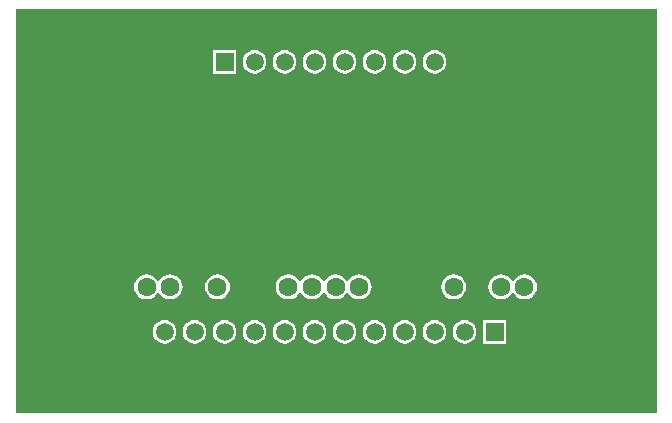
<source format=gbl>
G04 Layer_Physical_Order=2*
G04 Layer_Color=16711680*
%FSLAX24Y24*%
%MOIN*%
G70*
G01*
G75*
%ADD12C,0.0630*%
%ADD13R,0.0591X0.0591*%
%ADD14C,0.0591*%
G36*
X31350Y36550D02*
X10000D01*
Y50000D01*
X31350D01*
Y36550D01*
D02*
G37*
%LPC*%
G36*
X17345Y48645D02*
X16555D01*
Y47855D01*
X17345D01*
Y48645D01*
D02*
G37*
G36*
X23950Y48649D02*
X23847Y48635D01*
X23751Y48595D01*
X23668Y48532D01*
X23605Y48449D01*
X23565Y48353D01*
X23551Y48250D01*
X23565Y48147D01*
X23605Y48051D01*
X23668Y47968D01*
X23751Y47905D01*
X23847Y47865D01*
X23950Y47851D01*
X24053Y47865D01*
X24149Y47905D01*
X24232Y47968D01*
X24295Y48051D01*
X24335Y48147D01*
X24349Y48250D01*
X24335Y48353D01*
X24295Y48449D01*
X24232Y48532D01*
X24149Y48595D01*
X24053Y48635D01*
X23950Y48649D01*
D02*
G37*
G36*
X22950D02*
X22847Y48635D01*
X22751Y48595D01*
X22668Y48532D01*
X22605Y48449D01*
X22565Y48353D01*
X22551Y48250D01*
X22565Y48147D01*
X22605Y48051D01*
X22668Y47968D01*
X22751Y47905D01*
X22847Y47865D01*
X22950Y47851D01*
X23053Y47865D01*
X23149Y47905D01*
X23232Y47968D01*
X23295Y48051D01*
X23335Y48147D01*
X23349Y48250D01*
X23335Y48353D01*
X23295Y48449D01*
X23232Y48532D01*
X23149Y48595D01*
X23053Y48635D01*
X22950Y48649D01*
D02*
G37*
G36*
X21950D02*
X21847Y48635D01*
X21751Y48595D01*
X21668Y48532D01*
X21605Y48449D01*
X21565Y48353D01*
X21551Y48250D01*
X21565Y48147D01*
X21605Y48051D01*
X21668Y47968D01*
X21751Y47905D01*
X21847Y47865D01*
X21950Y47851D01*
X22053Y47865D01*
X22149Y47905D01*
X22232Y47968D01*
X22295Y48051D01*
X22335Y48147D01*
X22349Y48250D01*
X22335Y48353D01*
X22295Y48449D01*
X22232Y48532D01*
X22149Y48595D01*
X22053Y48635D01*
X21950Y48649D01*
D02*
G37*
G36*
X20950D02*
X20847Y48635D01*
X20751Y48595D01*
X20668Y48532D01*
X20605Y48449D01*
X20565Y48353D01*
X20551Y48250D01*
X20565Y48147D01*
X20605Y48051D01*
X20668Y47968D01*
X20751Y47905D01*
X20847Y47865D01*
X20950Y47851D01*
X21053Y47865D01*
X21149Y47905D01*
X21232Y47968D01*
X21295Y48051D01*
X21335Y48147D01*
X21349Y48250D01*
X21335Y48353D01*
X21295Y48449D01*
X21232Y48532D01*
X21149Y48595D01*
X21053Y48635D01*
X20950Y48649D01*
D02*
G37*
G36*
X19950D02*
X19847Y48635D01*
X19751Y48595D01*
X19668Y48532D01*
X19605Y48449D01*
X19565Y48353D01*
X19551Y48250D01*
X19565Y48147D01*
X19605Y48051D01*
X19668Y47968D01*
X19751Y47905D01*
X19847Y47865D01*
X19950Y47851D01*
X20053Y47865D01*
X20149Y47905D01*
X20232Y47968D01*
X20295Y48051D01*
X20335Y48147D01*
X20349Y48250D01*
X20335Y48353D01*
X20295Y48449D01*
X20232Y48532D01*
X20149Y48595D01*
X20053Y48635D01*
X19950Y48649D01*
D02*
G37*
G36*
X18950D02*
X18847Y48635D01*
X18751Y48595D01*
X18668Y48532D01*
X18605Y48449D01*
X18565Y48353D01*
X18551Y48250D01*
X18565Y48147D01*
X18605Y48051D01*
X18668Y47968D01*
X18751Y47905D01*
X18847Y47865D01*
X18950Y47851D01*
X19053Y47865D01*
X19149Y47905D01*
X19232Y47968D01*
X19295Y48051D01*
X19335Y48147D01*
X19349Y48250D01*
X19335Y48353D01*
X19295Y48449D01*
X19232Y48532D01*
X19149Y48595D01*
X19053Y48635D01*
X18950Y48649D01*
D02*
G37*
G36*
X17950D02*
X17847Y48635D01*
X17751Y48595D01*
X17668Y48532D01*
X17605Y48449D01*
X17565Y48353D01*
X17551Y48250D01*
X17565Y48147D01*
X17605Y48051D01*
X17668Y47968D01*
X17751Y47905D01*
X17847Y47865D01*
X17950Y47851D01*
X18053Y47865D01*
X18149Y47905D01*
X18232Y47968D01*
X18295Y48051D01*
X18335Y48147D01*
X18349Y48250D01*
X18335Y48353D01*
X18295Y48449D01*
X18232Y48532D01*
X18149Y48595D01*
X18053Y48635D01*
X17950Y48649D01*
D02*
G37*
G36*
X26949Y41169D02*
X26841Y41155D01*
X26740Y41113D01*
X26653Y41046D01*
X26587Y40960D01*
X26580Y40945D01*
X26530D01*
X26524Y40960D01*
X26458Y41046D01*
X26371Y41113D01*
X26270Y41155D01*
X26162Y41169D01*
X26053Y41155D01*
X25953Y41113D01*
X25866Y41046D01*
X25799Y40960D01*
X25758Y40859D01*
X25743Y40750D01*
X25758Y40642D01*
X25799Y40541D01*
X25866Y40454D01*
X25953Y40388D01*
X26053Y40346D01*
X26162Y40332D01*
X26270Y40346D01*
X26371Y40388D01*
X26458Y40454D01*
X26524Y40541D01*
X26530Y40556D01*
X26580D01*
X26587Y40541D01*
X26653Y40454D01*
X26740Y40388D01*
X26841Y40346D01*
X26949Y40332D01*
X27058Y40346D01*
X27158Y40388D01*
X27245Y40454D01*
X27312Y40541D01*
X27353Y40642D01*
X27368Y40750D01*
X27353Y40859D01*
X27312Y40960D01*
X27245Y41046D01*
X27158Y41113D01*
X27058Y41155D01*
X26949Y41169D01*
D02*
G37*
G36*
X21437D02*
X21329Y41155D01*
X21228Y41113D01*
X21141Y41046D01*
X21075Y40960D01*
X21069Y40945D01*
X21019D01*
X21012Y40960D01*
X20946Y41046D01*
X20859Y41113D01*
X20758Y41155D01*
X20650Y41169D01*
X20542Y41155D01*
X20441Y41113D01*
X20354Y41046D01*
X20288Y40960D01*
X20281Y40945D01*
X20231D01*
X20225Y40960D01*
X20159Y41046D01*
X20072Y41113D01*
X19971Y41155D01*
X19863Y41169D01*
X19754Y41155D01*
X19653Y41113D01*
X19567Y41046D01*
X19500Y40960D01*
X19494Y40945D01*
X19444D01*
X19438Y40960D01*
X19371Y41046D01*
X19284Y41113D01*
X19184Y41155D01*
X19075Y41169D01*
X18967Y41155D01*
X18866Y41113D01*
X18779Y41046D01*
X18713Y40960D01*
X18671Y40859D01*
X18657Y40750D01*
X18671Y40642D01*
X18713Y40541D01*
X18779Y40454D01*
X18866Y40388D01*
X18967Y40346D01*
X19075Y40332D01*
X19184Y40346D01*
X19284Y40388D01*
X19371Y40454D01*
X19438Y40541D01*
X19444Y40556D01*
X19494D01*
X19500Y40541D01*
X19567Y40454D01*
X19653Y40388D01*
X19754Y40346D01*
X19863Y40332D01*
X19971Y40346D01*
X20072Y40388D01*
X20159Y40454D01*
X20225Y40541D01*
X20231Y40556D01*
X20281D01*
X20288Y40541D01*
X20354Y40454D01*
X20441Y40388D01*
X20542Y40346D01*
X20650Y40332D01*
X20758Y40346D01*
X20859Y40388D01*
X20946Y40454D01*
X21012Y40541D01*
X21019Y40556D01*
X21069D01*
X21075Y40541D01*
X21141Y40454D01*
X21228Y40388D01*
X21329Y40346D01*
X21437Y40332D01*
X21546Y40346D01*
X21647Y40388D01*
X21733Y40454D01*
X21800Y40541D01*
X21842Y40642D01*
X21856Y40750D01*
X21842Y40859D01*
X21800Y40960D01*
X21733Y41046D01*
X21647Y41113D01*
X21546Y41155D01*
X21437Y41169D01*
D02*
G37*
G36*
X15138D02*
X15030Y41155D01*
X14929Y41113D01*
X14842Y41046D01*
X14776Y40960D01*
X14769Y40945D01*
X14719D01*
X14713Y40960D01*
X14647Y41046D01*
X14560Y41113D01*
X14459Y41155D01*
X14351Y41169D01*
X14242Y41155D01*
X14142Y41113D01*
X14055Y41046D01*
X13988Y40960D01*
X13946Y40859D01*
X13932Y40750D01*
X13946Y40642D01*
X13988Y40541D01*
X14055Y40454D01*
X14142Y40388D01*
X14242Y40346D01*
X14351Y40332D01*
X14459Y40346D01*
X14560Y40388D01*
X14647Y40454D01*
X14713Y40541D01*
X14719Y40556D01*
X14769D01*
X14776Y40541D01*
X14842Y40454D01*
X14929Y40388D01*
X15030Y40346D01*
X15138Y40332D01*
X15247Y40346D01*
X15347Y40388D01*
X15434Y40454D01*
X15501Y40541D01*
X15542Y40642D01*
X15557Y40750D01*
X15542Y40859D01*
X15501Y40960D01*
X15434Y41046D01*
X15347Y41113D01*
X15247Y41155D01*
X15138Y41169D01*
D02*
G37*
G36*
X24587D02*
X24479Y41155D01*
X24378Y41113D01*
X24291Y41046D01*
X24225Y40960D01*
X24183Y40859D01*
X24168Y40750D01*
X24183Y40642D01*
X24225Y40541D01*
X24291Y40454D01*
X24378Y40388D01*
X24479Y40346D01*
X24587Y40332D01*
X24695Y40346D01*
X24796Y40388D01*
X24883Y40454D01*
X24949Y40541D01*
X24991Y40642D01*
X25006Y40750D01*
X24991Y40859D01*
X24949Y40960D01*
X24883Y41046D01*
X24796Y41113D01*
X24695Y41155D01*
X24587Y41169D01*
D02*
G37*
G36*
X16713D02*
X16605Y41155D01*
X16504Y41113D01*
X16417Y41046D01*
X16351Y40960D01*
X16309Y40859D01*
X16294Y40750D01*
X16309Y40642D01*
X16351Y40541D01*
X16417Y40454D01*
X16504Y40388D01*
X16605Y40346D01*
X16713Y40332D01*
X16821Y40346D01*
X16922Y40388D01*
X17009Y40454D01*
X17075Y40541D01*
X17117Y40642D01*
X17132Y40750D01*
X17117Y40859D01*
X17075Y40960D01*
X17009Y41046D01*
X16922Y41113D01*
X16821Y41155D01*
X16713Y41169D01*
D02*
G37*
G36*
X26345Y39645D02*
X25555D01*
Y38855D01*
X26345D01*
Y39645D01*
D02*
G37*
G36*
X24950Y39649D02*
X24847Y39635D01*
X24751Y39595D01*
X24668Y39532D01*
X24605Y39449D01*
X24565Y39353D01*
X24551Y39250D01*
X24565Y39147D01*
X24605Y39051D01*
X24668Y38968D01*
X24751Y38905D01*
X24847Y38865D01*
X24950Y38851D01*
X25053Y38865D01*
X25149Y38905D01*
X25232Y38968D01*
X25295Y39051D01*
X25335Y39147D01*
X25349Y39250D01*
X25335Y39353D01*
X25295Y39449D01*
X25232Y39532D01*
X25149Y39595D01*
X25053Y39635D01*
X24950Y39649D01*
D02*
G37*
G36*
X23950D02*
X23847Y39635D01*
X23751Y39595D01*
X23668Y39532D01*
X23605Y39449D01*
X23565Y39353D01*
X23551Y39250D01*
X23565Y39147D01*
X23605Y39051D01*
X23668Y38968D01*
X23751Y38905D01*
X23847Y38865D01*
X23950Y38851D01*
X24053Y38865D01*
X24149Y38905D01*
X24232Y38968D01*
X24295Y39051D01*
X24335Y39147D01*
X24349Y39250D01*
X24335Y39353D01*
X24295Y39449D01*
X24232Y39532D01*
X24149Y39595D01*
X24053Y39635D01*
X23950Y39649D01*
D02*
G37*
G36*
X22950D02*
X22847Y39635D01*
X22751Y39595D01*
X22668Y39532D01*
X22605Y39449D01*
X22565Y39353D01*
X22551Y39250D01*
X22565Y39147D01*
X22605Y39051D01*
X22668Y38968D01*
X22751Y38905D01*
X22847Y38865D01*
X22950Y38851D01*
X23053Y38865D01*
X23149Y38905D01*
X23232Y38968D01*
X23295Y39051D01*
X23335Y39147D01*
X23349Y39250D01*
X23335Y39353D01*
X23295Y39449D01*
X23232Y39532D01*
X23149Y39595D01*
X23053Y39635D01*
X22950Y39649D01*
D02*
G37*
G36*
X21950D02*
X21847Y39635D01*
X21751Y39595D01*
X21668Y39532D01*
X21605Y39449D01*
X21565Y39353D01*
X21551Y39250D01*
X21565Y39147D01*
X21605Y39051D01*
X21668Y38968D01*
X21751Y38905D01*
X21847Y38865D01*
X21950Y38851D01*
X22053Y38865D01*
X22149Y38905D01*
X22232Y38968D01*
X22295Y39051D01*
X22335Y39147D01*
X22349Y39250D01*
X22335Y39353D01*
X22295Y39449D01*
X22232Y39532D01*
X22149Y39595D01*
X22053Y39635D01*
X21950Y39649D01*
D02*
G37*
G36*
X20950D02*
X20847Y39635D01*
X20751Y39595D01*
X20668Y39532D01*
X20605Y39449D01*
X20565Y39353D01*
X20551Y39250D01*
X20565Y39147D01*
X20605Y39051D01*
X20668Y38968D01*
X20751Y38905D01*
X20847Y38865D01*
X20950Y38851D01*
X21053Y38865D01*
X21149Y38905D01*
X21232Y38968D01*
X21295Y39051D01*
X21335Y39147D01*
X21349Y39250D01*
X21335Y39353D01*
X21295Y39449D01*
X21232Y39532D01*
X21149Y39595D01*
X21053Y39635D01*
X20950Y39649D01*
D02*
G37*
G36*
X19950D02*
X19847Y39635D01*
X19751Y39595D01*
X19668Y39532D01*
X19605Y39449D01*
X19565Y39353D01*
X19551Y39250D01*
X19565Y39147D01*
X19605Y39051D01*
X19668Y38968D01*
X19751Y38905D01*
X19847Y38865D01*
X19950Y38851D01*
X20053Y38865D01*
X20149Y38905D01*
X20232Y38968D01*
X20295Y39051D01*
X20335Y39147D01*
X20349Y39250D01*
X20335Y39353D01*
X20295Y39449D01*
X20232Y39532D01*
X20149Y39595D01*
X20053Y39635D01*
X19950Y39649D01*
D02*
G37*
G36*
X18950D02*
X18847Y39635D01*
X18751Y39595D01*
X18668Y39532D01*
X18605Y39449D01*
X18565Y39353D01*
X18551Y39250D01*
X18565Y39147D01*
X18605Y39051D01*
X18668Y38968D01*
X18751Y38905D01*
X18847Y38865D01*
X18950Y38851D01*
X19053Y38865D01*
X19149Y38905D01*
X19232Y38968D01*
X19295Y39051D01*
X19335Y39147D01*
X19349Y39250D01*
X19335Y39353D01*
X19295Y39449D01*
X19232Y39532D01*
X19149Y39595D01*
X19053Y39635D01*
X18950Y39649D01*
D02*
G37*
G36*
X17950D02*
X17847Y39635D01*
X17751Y39595D01*
X17668Y39532D01*
X17605Y39449D01*
X17565Y39353D01*
X17551Y39250D01*
X17565Y39147D01*
X17605Y39051D01*
X17668Y38968D01*
X17751Y38905D01*
X17847Y38865D01*
X17950Y38851D01*
X18053Y38865D01*
X18149Y38905D01*
X18232Y38968D01*
X18295Y39051D01*
X18335Y39147D01*
X18349Y39250D01*
X18335Y39353D01*
X18295Y39449D01*
X18232Y39532D01*
X18149Y39595D01*
X18053Y39635D01*
X17950Y39649D01*
D02*
G37*
G36*
X16950D02*
X16847Y39635D01*
X16751Y39595D01*
X16668Y39532D01*
X16605Y39449D01*
X16565Y39353D01*
X16551Y39250D01*
X16565Y39147D01*
X16605Y39051D01*
X16668Y38968D01*
X16751Y38905D01*
X16847Y38865D01*
X16950Y38851D01*
X17053Y38865D01*
X17149Y38905D01*
X17232Y38968D01*
X17295Y39051D01*
X17335Y39147D01*
X17349Y39250D01*
X17335Y39353D01*
X17295Y39449D01*
X17232Y39532D01*
X17149Y39595D01*
X17053Y39635D01*
X16950Y39649D01*
D02*
G37*
G36*
X15950D02*
X15847Y39635D01*
X15751Y39595D01*
X15668Y39532D01*
X15605Y39449D01*
X15565Y39353D01*
X15551Y39250D01*
X15565Y39147D01*
X15605Y39051D01*
X15668Y38968D01*
X15751Y38905D01*
X15847Y38865D01*
X15950Y38851D01*
X16053Y38865D01*
X16149Y38905D01*
X16232Y38968D01*
X16295Y39051D01*
X16335Y39147D01*
X16349Y39250D01*
X16335Y39353D01*
X16295Y39449D01*
X16232Y39532D01*
X16149Y39595D01*
X16053Y39635D01*
X15950Y39649D01*
D02*
G37*
G36*
X14950D02*
X14847Y39635D01*
X14751Y39595D01*
X14668Y39532D01*
X14605Y39449D01*
X14565Y39353D01*
X14551Y39250D01*
X14565Y39147D01*
X14605Y39051D01*
X14668Y38968D01*
X14751Y38905D01*
X14847Y38865D01*
X14950Y38851D01*
X15053Y38865D01*
X15149Y38905D01*
X15232Y38968D01*
X15295Y39051D01*
X15335Y39147D01*
X15349Y39250D01*
X15335Y39353D01*
X15295Y39449D01*
X15232Y39532D01*
X15149Y39595D01*
X15053Y39635D01*
X14950Y39649D01*
D02*
G37*
%LPD*%
D12*
X14351Y40750D02*
D03*
X26949D02*
D03*
X15138D02*
D03*
X16713D02*
D03*
X19075D02*
D03*
X19863D02*
D03*
X24587D02*
D03*
X26162D02*
D03*
X21437D02*
D03*
X20650D02*
D03*
D13*
X25950Y39250D02*
D03*
X16950Y48250D02*
D03*
D14*
X24950Y39250D02*
D03*
X23950D02*
D03*
X22950D02*
D03*
X21950D02*
D03*
X20950D02*
D03*
X19950D02*
D03*
X18950D02*
D03*
X17950D02*
D03*
X16950D02*
D03*
X15950D02*
D03*
X14950D02*
D03*
X23950Y48250D02*
D03*
X22950D02*
D03*
X21950D02*
D03*
X20950D02*
D03*
X19950D02*
D03*
X18950D02*
D03*
X17950D02*
D03*
M02*

</source>
